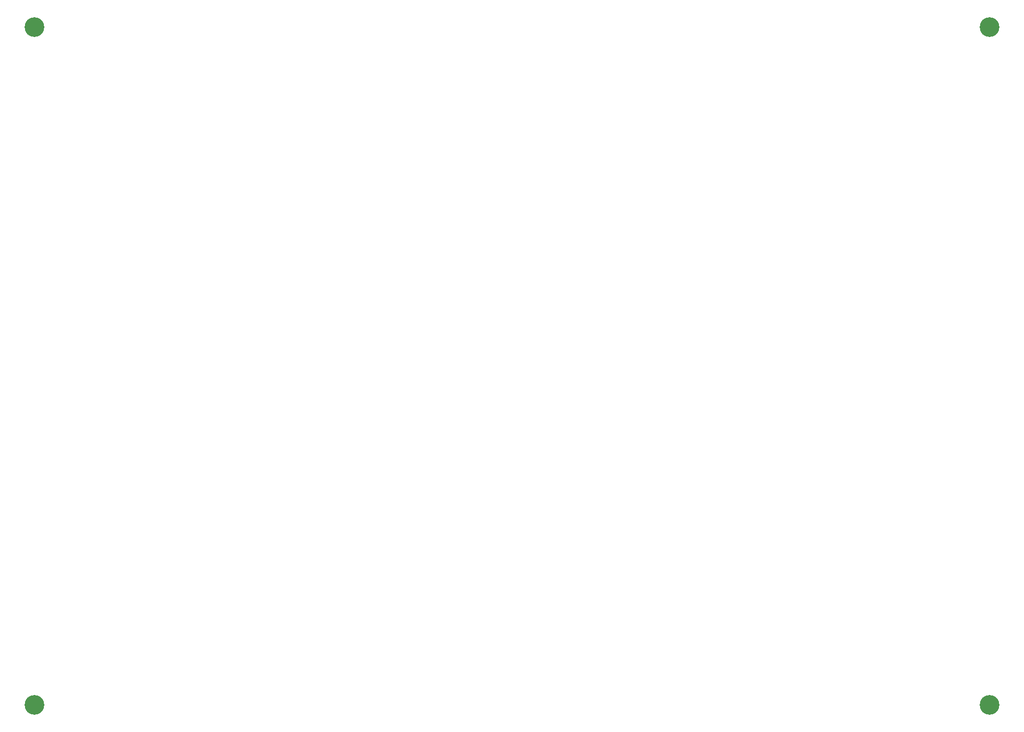
<source format=gbs>
%FSLAX25Y25*%
%MOIN*%
G70*
G01*
G75*
G04 Layer_Color=16711935*
%ADD10R,0.03800X0.03500*%
G04:AMPARAMS|DCode=11|XSize=39.37mil|YSize=50mil|CornerRadius=0mil|HoleSize=0mil|Usage=FLASHONLY|Rotation=65.000|XOffset=0mil|YOffset=0mil|HoleType=Round|Shape=Rectangle|*
%AMROTATEDRECTD11*
4,1,4,0.01434,-0.02841,-0.03098,-0.00728,-0.01434,0.02841,0.03098,0.00728,0.01434,-0.02841,0.0*
%
%ADD11ROTATEDRECTD11*%

%ADD12R,0.04000X0.05000*%
G04:AMPARAMS|DCode=13|XSize=40mil|YSize=50mil|CornerRadius=10mil|HoleSize=0mil|Usage=FLASHONLY|Rotation=0.000|XOffset=0mil|YOffset=0mil|HoleType=Round|Shape=RoundedRectangle|*
%AMROUNDEDRECTD13*
21,1,0.04000,0.03000,0,0,0.0*
21,1,0.02000,0.05000,0,0,0.0*
1,1,0.02000,0.01000,-0.01500*
1,1,0.02000,-0.01000,-0.01500*
1,1,0.02000,-0.01000,0.01500*
1,1,0.02000,0.01000,0.01500*
%
%ADD13ROUNDEDRECTD13*%
%ADD14R,0.11811X0.19685*%
%ADD15C,0.01000*%
%ADD16C,0.03937*%
%ADD17C,0.11811*%
%ADD18C,0.00500*%
%ADD19C,0.00600*%
%ADD20R,0.04600X0.04300*%
G04:AMPARAMS|DCode=21|XSize=47.37mil|YSize=58mil|CornerRadius=0mil|HoleSize=0mil|Usage=FLASHONLY|Rotation=65.000|XOffset=0mil|YOffset=0mil|HoleType=Round|Shape=Rectangle|*
%AMROTATEDRECTD21*
4,1,4,0.01627,-0.03372,-0.03629,-0.00921,-0.01627,0.03372,0.03629,0.00921,0.01627,-0.03372,0.0*
%
%ADD21ROTATEDRECTD21*%

%ADD22R,0.04800X0.05800*%
G04:AMPARAMS|DCode=23|XSize=48mil|YSize=58mil|CornerRadius=12mil|HoleSize=0mil|Usage=FLASHONLY|Rotation=0.000|XOffset=0mil|YOffset=0mil|HoleType=Round|Shape=RoundedRectangle|*
%AMROUNDEDRECTD23*
21,1,0.04800,0.03400,0,0,0.0*
21,1,0.02400,0.05800,0,0,0.0*
1,1,0.02400,0.01200,-0.01700*
1,1,0.02400,-0.01200,-0.01700*
1,1,0.02400,-0.01200,0.01700*
1,1,0.02400,0.01200,0.01700*
%
%ADD23ROUNDEDRECTD23*%
%ADD24R,0.12611X0.20485*%
%ADD25C,0.12611*%
D25*
X68898Y53150D02*
D03*
X679134D02*
D03*
Y486221D02*
D03*
X68898D02*
D03*
M02*

</source>
